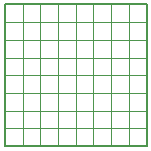
<source format=gm1>
G04*
G04 #@! TF.GenerationSoftware,Altium Limited,Altium Designer,21.5.1 (32)*
G04*
G04 Layer_Color=16711935*
%FSLAX44Y44*%
%MOMM*%
G71*
G04*
G04 #@! TF.SameCoordinates,FA4849B1-0F6B-47E3-B241-1F84AE2CF7D8*
G04*
G04*
G04 #@! TF.FilePolarity,Positive*
G04*
G01*
G75*
%ADD20C,0.1000*%
%ADD21C,0.2000*%
D20*
X105000Y45000D02*
Y60000D01*
X120000D01*
Y45000D02*
Y60000D01*
X105000Y45000D02*
X120000D01*
X105000Y45000D02*
X120000D01*
Y30000D02*
Y45000D01*
X105000Y30000D02*
X120000D01*
X105000D02*
Y45000D01*
X75000Y15000D02*
Y30000D01*
X90000D01*
Y15000D02*
Y30000D01*
X75000Y15000D02*
X90000D01*
X60000D02*
X75000D01*
X60000D02*
Y30000D01*
X75000D01*
Y15000D02*
Y30000D01*
Y45000D02*
X90000D01*
Y30000D02*
Y45000D01*
X75000Y30000D02*
X90000D01*
X75000D02*
Y45000D01*
Y30000D02*
Y45000D01*
X60000Y30000D02*
X75000D01*
X60000D02*
Y45000D01*
X75000D01*
X60000Y45000D02*
X75000D01*
X60000D02*
Y60000D01*
X75000D01*
Y45000D02*
Y60000D01*
Y45000D02*
Y60000D01*
X90000D01*
Y45000D02*
Y60000D01*
X75000Y45000D02*
X90000D01*
X105000Y15000D02*
Y30000D01*
X120000D01*
Y15000D02*
Y30000D01*
X105000Y15000D02*
X120000D01*
X90000D02*
X105000D01*
X90000D02*
Y30000D01*
X105000D01*
Y15000D02*
Y30000D01*
X75000Y60000D02*
Y75000D01*
X60000Y60000D02*
X75000D01*
X60000D02*
Y75000D01*
X75000D01*
X90000D01*
Y60000D02*
Y75000D01*
X75000Y60000D02*
X90000D01*
X75000D02*
Y75000D01*
X60000D02*
X75000D01*
X60000D02*
Y90000D01*
X75000D01*
Y75000D02*
Y90000D01*
Y75000D02*
Y90000D01*
X90000D01*
Y75000D02*
Y90000D01*
X75000Y75000D02*
X90000D01*
X75000Y90000D02*
Y105000D01*
X60000Y90000D02*
X75000D01*
X60000D02*
Y105000D01*
X75000D01*
X90000D01*
Y90000D02*
Y105000D01*
X75000Y90000D02*
X90000D01*
X75000D02*
Y105000D01*
X60000D02*
X75000D01*
X60000D02*
Y120000D01*
X75000D01*
Y105000D02*
Y120000D01*
Y105000D02*
Y120000D01*
X90000D01*
Y105000D02*
Y120000D01*
X75000Y105000D02*
X90000D01*
X105000Y60000D02*
Y75000D01*
X90000Y60000D02*
X105000D01*
X90000D02*
Y75000D01*
X105000D01*
X105000D02*
X120000D01*
Y60000D02*
Y75000D01*
X105000Y60000D02*
X120000D01*
X105000D02*
Y75000D01*
X90000D02*
X105000D01*
X90000D02*
Y90000D01*
X105000D01*
Y75000D02*
Y90000D01*
X105000Y75000D02*
Y90000D01*
X120000D01*
Y75000D02*
Y90000D01*
X105000Y75000D02*
X120000D01*
X105000Y90000D02*
Y105000D01*
X90000Y90000D02*
X105000D01*
X90000D02*
Y105000D01*
X105000D01*
X105000D02*
X120000D01*
Y90000D02*
Y105000D01*
X105000Y90000D02*
X120000D01*
X105000D02*
Y105000D01*
X105000D02*
Y120000D01*
X120000D01*
Y105000D02*
Y120000D01*
X105000Y105000D02*
X120000D01*
X90000D02*
X105000D01*
X90000D02*
Y120000D01*
X105000D01*
Y105000D02*
Y120000D01*
X90000Y45000D02*
X105000D01*
X90000D02*
Y60000D01*
X105000D01*
Y45000D02*
Y60000D01*
Y30000D02*
Y45000D01*
X90000Y30000D02*
X105000D01*
X90000D02*
Y45000D01*
X105000D01*
X0Y15000D02*
X15000D01*
X0Y0D02*
Y15000D01*
Y0D02*
X15000D01*
Y15000D01*
Y0D02*
Y15000D01*
Y0D02*
X30000D01*
Y15000D01*
X15000D02*
X30000D01*
X60000D02*
X75000D01*
X60000Y0D02*
Y15000D01*
Y0D02*
X75000D01*
Y15000D01*
X30000D02*
X45000D01*
X30000Y0D02*
Y15000D01*
Y0D02*
X45000D01*
Y15000D01*
X90000D02*
X105000D01*
X90000Y0D02*
Y15000D01*
Y0D02*
X105000D01*
Y15000D01*
Y0D02*
Y15000D01*
Y0D02*
X120000D01*
Y15000D01*
X105000D02*
X120000D01*
X45000Y0D02*
Y15000D01*
Y0D02*
X60000D01*
Y15000D01*
X45000D02*
X60000D01*
X75000Y0D02*
Y15000D01*
Y0D02*
X90000D01*
Y15000D01*
X75000D02*
X90000D01*
X15000Y105000D02*
Y120000D01*
X0D02*
X15000D01*
X0Y105000D02*
Y120000D01*
Y105000D02*
X15000D01*
X30000D01*
Y120000D01*
X15000D02*
X30000D01*
X15000Y105000D02*
Y120000D01*
X45000Y105000D02*
Y120000D01*
X30000D02*
X45000D01*
X30000Y105000D02*
Y120000D01*
Y105000D02*
X45000D01*
X60000D01*
Y120000D01*
X45000D02*
X60000D01*
X45000Y105000D02*
Y120000D01*
Y90000D02*
Y105000D01*
Y90000D02*
X60000D01*
Y105000D01*
X45000D02*
X60000D01*
X30000D02*
X45000D01*
X30000Y90000D02*
Y105000D01*
Y90000D02*
X45000D01*
Y105000D01*
X15000Y90000D02*
Y105000D01*
Y90000D02*
X30000D01*
Y105000D01*
X15000D02*
X30000D01*
X0D02*
X15000D01*
X0Y90000D02*
Y105000D01*
Y90000D02*
X15000D01*
Y105000D01*
Y75000D02*
Y90000D01*
X0D02*
X15000D01*
X0Y75000D02*
Y90000D01*
Y75000D02*
X15000D01*
X30000D01*
Y90000D01*
X15000D02*
X30000D01*
X15000Y75000D02*
Y90000D01*
X45000Y75000D02*
Y90000D01*
X30000D02*
X45000D01*
X30000Y75000D02*
Y90000D01*
Y75000D02*
X45000D01*
X60000D01*
Y90000D01*
X45000D02*
X60000D01*
X45000Y75000D02*
Y90000D01*
Y60000D02*
Y75000D01*
Y60000D02*
X60000D01*
Y75000D01*
X45000D02*
X60000D01*
X30000D02*
X45000D01*
X30000Y60000D02*
Y75000D01*
Y60000D02*
X45000D01*
Y75000D01*
X15000Y60000D02*
Y75000D01*
Y60000D02*
X30000D01*
Y75000D01*
X15000D02*
X30000D01*
X0D02*
X15000D01*
X0Y60000D02*
Y75000D01*
Y60000D02*
X15000D01*
Y75000D01*
Y45000D02*
Y60000D01*
X0D02*
X15000D01*
X0Y45000D02*
Y60000D01*
Y45000D02*
X15000D01*
X30000D01*
Y60000D01*
X15000D02*
X30000D01*
X15000Y45000D02*
Y60000D01*
X45000Y45000D02*
Y60000D01*
X30000D02*
X45000D01*
X30000Y45000D02*
Y60000D01*
Y45000D02*
X45000D01*
X60000D01*
Y60000D01*
X45000D02*
X60000D01*
X45000Y45000D02*
Y60000D01*
Y30000D02*
Y45000D01*
Y30000D02*
X60000D01*
Y45000D01*
X45000D02*
X60000D01*
X30000D02*
X45000D01*
X30000Y30000D02*
Y45000D01*
Y30000D02*
X45000D01*
Y45000D01*
X15000Y30000D02*
Y45000D01*
Y30000D02*
X30000D01*
Y45000D01*
X15000D02*
X30000D01*
X0D02*
X15000D01*
X0Y30000D02*
Y45000D01*
Y30000D02*
X15000D01*
Y45000D01*
Y15000D02*
Y30000D01*
X0D02*
X15000D01*
X0Y15000D02*
Y30000D01*
Y15000D02*
X15000D01*
X30000D01*
Y30000D01*
X15000D02*
X30000D01*
X15000Y15000D02*
Y30000D01*
X45000Y15000D02*
Y30000D01*
X30000D02*
X45000D01*
X30000Y15000D02*
Y30000D01*
Y15000D02*
X45000D01*
X60000D01*
Y30000D01*
X45000D02*
X60000D01*
X45000Y15000D02*
Y30000D01*
D21*
X0Y0D02*
Y120000D01*
X120000D01*
Y0D02*
Y120000D01*
X0Y0D02*
X120000D01*
M02*

</source>
